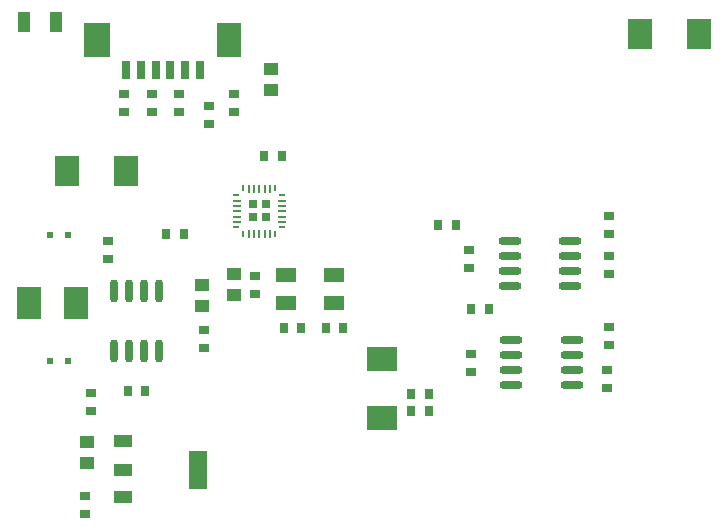
<source format=gtp>
G04 Layer_Color=8421504*
%FSAX44Y44*%
%MOMM*%
G71*
G01*
G75*
%ADD15R,2.0000X2.5000*%
%ADD16R,1.8000X1.2000*%
%ADD17R,0.9000X0.7000*%
%ADD18R,0.7000X0.9000*%
%ADD19R,0.8000X1.6000*%
%ADD20R,2.1000X3.0000*%
%ADD21R,2.2000X3.0000*%
%ADD22O,1.9500X0.7000*%
%ADD23R,1.3000X1.0000*%
%ADD24O,0.7000X1.9500*%
%ADD25R,1.1000X1.7000*%
%ADD26R,2.5000X2.0000*%
%ADD27R,1.5000X3.3000*%
%ADD28R,1.5000X1.0000*%
%ADD29R,2.0000X2.8000*%
%ADD57R,0.7000X0.8000*%
%ADD58R,0.7000X0.7000*%
%ADD59R,0.8000X0.8000*%
%ADD60R,0.8000X0.7000*%
%ADD61R,0.5588X0.5842*%
%ADD62R,0.6096X0.5842*%
%ADD63O,0.6500X0.1500*%
%ADD64O,0.7500X0.1500*%
%ADD65O,0.1500X0.6500*%
%ADD66O,0.1500X0.7500*%
D15*
X00981710Y01045210D02*
D03*
X01031710D02*
D03*
X00496570Y00929690D02*
D03*
X00546570D02*
D03*
D16*
X00681990Y00841880D02*
D03*
Y00817880D02*
D03*
X00721990D02*
D03*
Y00841880D02*
D03*
D17*
X00568008Y00994470D02*
D03*
Y00979470D02*
D03*
X00544830Y00994470D02*
D03*
Y00979470D02*
D03*
X00655320Y00840620D02*
D03*
Y00825620D02*
D03*
X00591185Y00979470D02*
D03*
Y00994470D02*
D03*
X00612140Y00794900D02*
D03*
Y00779900D02*
D03*
X00953770Y00760610D02*
D03*
Y00745610D02*
D03*
X00616204Y00984180D02*
D03*
Y00969180D02*
D03*
X00637540Y00979470D02*
D03*
Y00994470D02*
D03*
X00838200Y00759580D02*
D03*
Y00774580D02*
D03*
X00516890Y00741610D02*
D03*
Y00726610D02*
D03*
X00530860Y00854880D02*
D03*
Y00869880D02*
D03*
X00955040Y00857130D02*
D03*
Y00842130D02*
D03*
X00836930Y00847210D02*
D03*
Y00862210D02*
D03*
X00511810Y00653930D02*
D03*
Y00638930D02*
D03*
X00955040Y00782440D02*
D03*
Y00797440D02*
D03*
Y00876420D02*
D03*
Y00891420D02*
D03*
D18*
X00810380Y00883920D02*
D03*
X00825380D02*
D03*
X00679570Y00796290D02*
D03*
X00694570D02*
D03*
X00580002Y00875842D02*
D03*
X00595002D02*
D03*
X00730130Y00796290D02*
D03*
X00715130D02*
D03*
X00547490Y00742950D02*
D03*
X00562490D02*
D03*
X00663060Y00942340D02*
D03*
X00678060D02*
D03*
X00838320Y00812800D02*
D03*
X00853320D02*
D03*
X00787520Y00726440D02*
D03*
X00802520D02*
D03*
X00787520Y00740410D02*
D03*
X00802520D02*
D03*
D19*
X00608730Y01015180D02*
D03*
X00596230D02*
D03*
X00583730D02*
D03*
X00571230D02*
D03*
X00558730D02*
D03*
X00546230D02*
D03*
D20*
X00633730Y01040180D02*
D03*
D21*
X00521230D02*
D03*
D22*
X00923390Y00748030D02*
D03*
Y00760730D02*
D03*
Y00773430D02*
D03*
Y00786130D02*
D03*
X00872390Y00748030D02*
D03*
Y00760730D02*
D03*
Y00773430D02*
D03*
Y00786130D02*
D03*
X00922120Y00831850D02*
D03*
Y00844550D02*
D03*
Y00857250D02*
D03*
Y00869950D02*
D03*
X00871120Y00831850D02*
D03*
Y00844550D02*
D03*
Y00857250D02*
D03*
Y00869950D02*
D03*
D23*
X00610870Y00833230D02*
D03*
Y00815230D02*
D03*
X00637540Y00824170D02*
D03*
Y00842170D02*
D03*
X00513080Y00699880D02*
D03*
Y00681880D02*
D03*
X00669290Y01016110D02*
D03*
Y00998110D02*
D03*
D24*
X00574040Y00828140D02*
D03*
X00561340D02*
D03*
X00548640D02*
D03*
X00535940D02*
D03*
X00574040Y00777140D02*
D03*
X00561340D02*
D03*
X00548640D02*
D03*
X00535940D02*
D03*
D25*
X00487210Y01055420D02*
D03*
X00460210D02*
D03*
D26*
X00763270Y00770090D02*
D03*
Y00720090D02*
D03*
D27*
X00606810Y00676326D02*
D03*
D28*
X00543810Y00653326D02*
D03*
Y00676326D02*
D03*
Y00700494D02*
D03*
D29*
X00504190Y00817930D02*
D03*
X00464190D02*
D03*
D57*
X00653630Y00890350D02*
D03*
D58*
Y00901850D02*
D03*
D59*
X00665130Y00890350D02*
D03*
D60*
X00665130Y00901850D02*
D03*
D61*
X00481838Y00875207D02*
D03*
Y00768527D02*
D03*
D62*
X00497078Y00875207D02*
D03*
Y00768527D02*
D03*
D63*
X00639630Y00881850D02*
D03*
Y00908850D02*
D03*
X00678630D02*
D03*
Y00881850D02*
D03*
D64*
X00640130Y00886350D02*
D03*
Y00890850D02*
D03*
Y00895350D02*
D03*
Y00899850D02*
D03*
Y00904350D02*
D03*
X00678130Y00904350D02*
D03*
Y00899850D02*
D03*
Y00895350D02*
D03*
Y00890850D02*
D03*
Y00886350D02*
D03*
D65*
X00645630Y00914850D02*
D03*
X00672630D02*
D03*
X00672630Y00875850D02*
D03*
X00645630D02*
D03*
D66*
X00650130Y00914350D02*
D03*
X00654630D02*
D03*
X00659130D02*
D03*
X00663630D02*
D03*
X00668130D02*
D03*
Y00876350D02*
D03*
X00663630D02*
D03*
X00659130D02*
D03*
X00654630D02*
D03*
X00650130D02*
D03*
M02*

</source>
